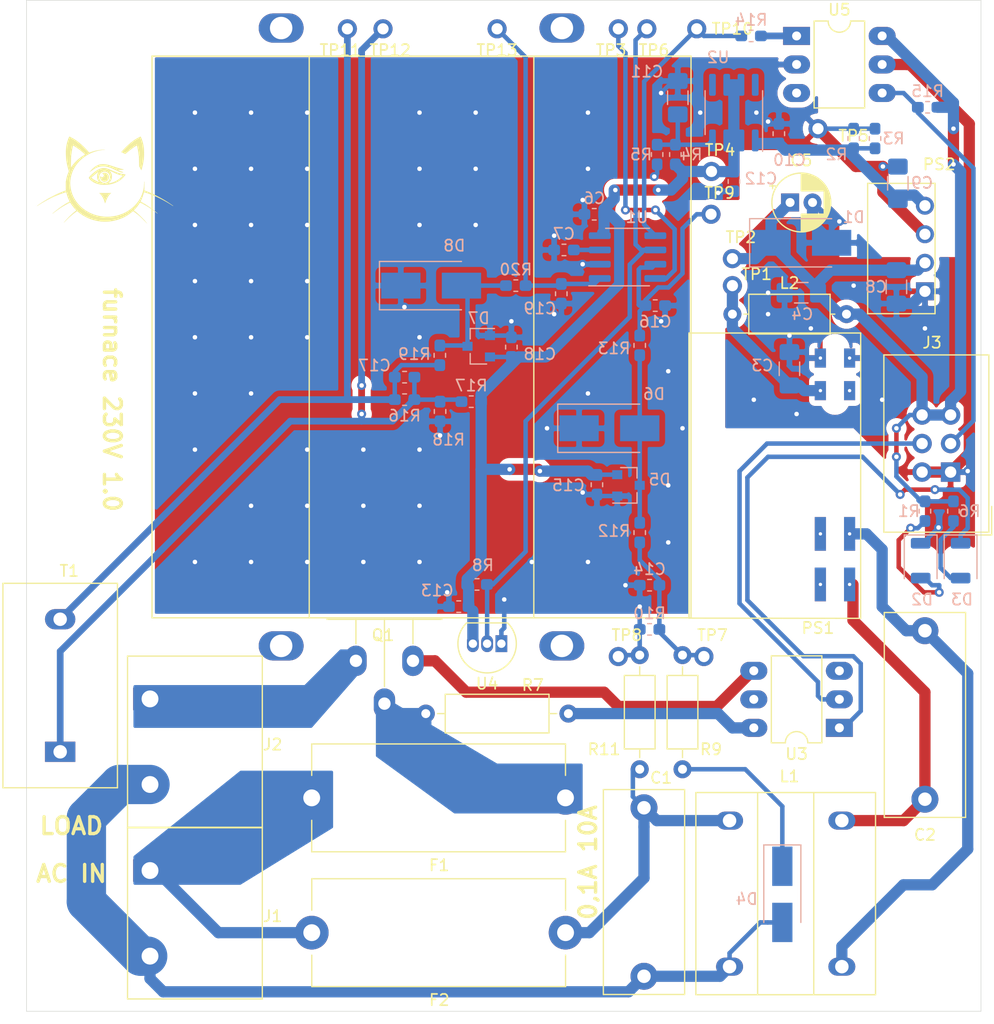
<source format=kicad_pcb>
(kicad_pcb (version 20240108) (generator "pcbnew") (generator_version "8.0")
  (layers (0 "F.Cu" signal) (31 "B.Cu" signal) (34 "B.Paste" user) (35 "F.Paste" user) (36 "B.SilkS" user "B.Silkscreen") (37 "F.SilkS" user "F.Silkscreen") (38 "B.Mask" user) (39 "F.Mask" user) (44 "Edge.Cuts" user))
  (net 0 "")
  (net 1 "Net-(C2-Pad2)")
  (net 2 "Net-(C2-Pad1)")
  (net 3 "/+3V3_ISOLATED/GND")
  (net 4 "Net-(C3-Pad1)")
  (net 5 "/+3V3_ISOLATED/+5V")
  (net 6 "/CURRENT_SENSOR/GND")
  (net 7 "/CURRENT_SENSOR/+3V3")
  (net 8 "Net-(C7-Pad1)")
  (net 9 "Net-(C10-Pad1)")
  (net 10 "Net-(C11-Pad1)")
  (net 11 "/MCU/VOLT")
  (net 12 "/CURRENT_SENSOR/CURR")
  (net 13 "Net-(D2-Pad2)")
  (net 14 "Net-(D3-Pad2)")
  (net 15 "Net-(D3-Pad1)")
  (net 16 "/ISOLATED_TRIAC/AC")
  (net 17 "Net-(D4-Pad1)")
  (net 18 "Net-(D5-Pad3)")
  (net 19 "Net-(D7-Pad3)")
  (net 20 "/ISOLATED_TRIAC/LOAD")
  (net 21 "/ISOLATED_TRIAC/~{EN}")
  (net 22 "/OPTOISOLATOR/OUT")
  (net 23 "Net-(Q1-Pad3)")
  (net 24 "Net-(R7-Pad2)")
  (net 25 "/TEMP_SENSOR/SDA")
  (net 26 "/OPTOISOLATOR/IN")
  (net 27 "/MCU/SWIM")
  (net 28 "Net-(U2-Pad8)")
  (net 29 "Net-(U2-Pad5)")
  (net 30 "Net-(U3-Pad3)")
  (net 31 "Net-(U3-Pad5)")
  (net 32 "Net-(U5-Pad3)")
  (net 33 "Net-(C14-Pad1)")
  (net 34 "Net-(C17-Pad2)")
  (net 35 "Net-(C17-Pad1)")
  (net 36 "Net-(R14-Pad1)")
  (net 37 "/VOLTAGE_DIVIDER/AC1")
  (net 38 "/AC-DC 5V/AC1")
  (net 39 "Net-(F1-Pad2)")
  (footprint "furnace_230V:L_CommonMode_PLA10" (layer "F.Cu") (at 62.611 73.025)
    (property "Reference" "L1")
    (property "Value" "PLA10AN3630R3D2")
  )
  (footprint "furnace_230V:ZMCT103C" (layer "F.Cu") (at 3 61 90)
    (property "Reference" "T1")
    (property "Value" "ZMCT103C")
  )
  (footprint "furnace_230V:TP" (layer "F.Cu") (at 62.865 25.4)
    (property "Reference" "TP1")
    (property "Value" "TestPoint")
  )
  (footprint "furnace_230V:TP" (layer "F.Cu") (at 52.705 2.54)
    (property "Reference" "TP3")
    (property "Value" "TestPoint")
  )
  (footprint "furnace_230V:TP" (layer "F.Cu") (at 61 15.24)
    (property "Reference" "TP4")
    (property "Value" "TestPoint")
  )
  (footprint "furnace_230V:TP" (layer "F.Cu") (at 70.485 11.43)
    (property "Reference" "TP5")
    (property "Value" "TestPoint")
  )
  (footprint "furnace_230V:TP" (layer "F.Cu") (at 55.245 2.54)
    (property "Reference" "TP6")
    (property "Value" "TestPoint")
  )
  (footprint "furnace_230V:TP" (layer "F.Cu") (at 60.325 58.42)
    (property "Reference" "TP7")
    (property "Value" "TestPoint")
  )
  (footprint "furnace_230V:TP" (layer "F.Cu") (at 60.96 19.05)
    (property "Reference" "TP9")
    (property "Value" "TestPoint")
  )
  (footprint "furnace_230V:TP" (layer "F.Cu") (at 59.69 2.54)
    (property "Reference" "TP10")
    (property "Value" "TestPoint")
  )
  (footprint "furnace_230V:TP" (layer "F.Cu") (at 28.575 2.54)
    (property "Reference" "TP11")
    (property "Value" "TestPoint")
  )
  (footprint "furnace_230V:TP" (layer "F.Cu") (at 31.75 2.54)
    (property "Reference" "TP12")
    (property "Value" "TestPoint")
  )
  (footprint "furnace_230V:TP" (layer "F.Cu") (at 41.91 2.54)
    (property "Reference" "TP13")
    (property "Value" "TestPoint")
  )
  (footprint "Package_TO_SOT_THT:TO-92_Inline" (layer "F.Cu") (at 42.291 57.277 180)
    (property "Reference" "U4")
    (property "Value" "DS18B20")
  )
  (footprint "furnace_230V:KF7.62-2P" (layer "F.Cu") (at 11 81.28 -90)
    (property "Reference" "J1")
    (property "Value" " ")
  )
  (footprint "Fuse:Fuseholder_Cylinder-5x20mm_Stelvio-Kontek_PTF78_Horizontal_Open" (layer "F.Cu") (at 48 71 180)
    (property "Reference" "F1")
    (property "Value" "10A")
  )
  (footprint "Fuse:Fuseholder_Cylinder-5x20mm_Stelvio-Kontek_PTF78_Horizontal_Open" (layer "F.Cu") (at 48.006 83 180)
    (property "Reference" "F2")
    (property "Value" "0,1A")
  )
  (footprint "furnace_230V:KF7.62-2P" (layer "F.Cu") (at 11 66 -90)
    (property "Reference" "J2")
    (property "Value" " ")
  )
  (footprint "Package_DIP:DIP-6_W7.62mm_LongPads" (layer "F.Cu") (at 68.58 3.175)
    (property "Reference" "U5")
    (property "Value" "H11L1")
  )
  (footprint "furnace_230V:stamp" (layer "F.Cu") (at 7 16)
    (property "Reference" "G1" (hide yes))
    (property "Value" "LOGO" (hide yes))
  )
  (footprint "furnace_230V:B_S-1WR3" (layer "F.Cu") (at 80.01 22.098 90)
    (property "Reference" "PS2")
    (property "Value" "B0505S-1WR2")
  )
  (footprint "furnace_230V:hole_D3.5mm" (layer "F.Cu") (at 3 3.5)
    (property "Reference" "H1" (hide yes))
    (property "Value" "MountingHole" (hide yes))
  )
  (footprint "furnace_230V:hole_D3.5mm" (layer "F.Cu") (at 3 86.5)
    (property "Reference" "H2" (hide yes))
    (property "Value" "MountingHole" (hide yes))
  )
  (footprint "furnace_230V:hole_D3.5mm" (layer "F.Cu") (at 82 3.5)
    (property "Reference" "H3" (hide yes))
    (property "Value" "MountingHole" (hide yes))
  )
  (footprint "furnace_230V:hole_D3.5mm" (layer "F.Cu") (at 82 86.5)
    (property "Reference" "H4" (hide yes))
    (property "Value" "MountingHole" (hide yes))
  )
  (footprint "Capacitor_THT:C_Rect_L18.0mm_W7.0mm_P15.00mm_FKS3_FKP3" (layer "F.Cu") (at 80.01 71.12 90)
    (property "Reference" "C2")
    (property "Value" "0,15 275V")
  )
  (footprint "Resistor_THT:R_Axial_DIN0309_L9.0mm_D3.2mm_P12.70mm_Horizontal" (layer "F.Cu") (at 35.56 63.5)
    (property "Reference" "R7")
    (property "Value" "470 0,5W")
  )
  (footprint "Capacitor_THT:CP_Radial_D5.0mm_P2.00mm" (layer "F.Cu") (at 68 18)
    (property "Reference" "C5")
    (property "Value" "47u")
  )
  (footprint "furnace_230V:TP" (layer "F.Cu") (at 62.865 23)
    (property "Reference" "TP2")
    (property "Value" "TestPoint")
  )
  (footprint "Resistor_THT:R_Axial_DIN0207_L6.3mm_D2.5mm_P10.16mm_Horizontal" (layer "F.Cu") (at 54.61 58.293 -90)
    (property "Reference" "R11")
    (property "Value" "180k 0,25W 1%")
  )
  (footprint "Capacitor_THT:C_Rect_L18.0mm_W7.0mm_P15.00mm_FKS3_FKP3" (layer "F.Cu") (at 54.991 71.882 -90)
    (property "Reference" "C1")
    (property "Value" "0,15 275V")
  )
  (footprint "Resistor_THT:R_Axial_DIN0207_L6.3mm_D2.5mm_P10.16mm_Horizontal" (layer "F.Cu") (at 58.42 68.453 90)
    (property "Reference" "R9")
    (property "Value" "180k 0,25W 1%")
  )
  (footprint "furnace_230V:WX-DC12003" (layer "F.Cu") (at 72 30 -90)
    (property "Reference" "PS1")
    (property "Value" "WX-DC12003 5V 0,7A")
  )
  (footprint "Inductor_THT:L_Axial_L7.0mm_D3.3mm_P10.16mm_Horizontal_Fastron_MICC" (layer "F.Cu") (at 62.865 27.94)
    (property "Reference" "L2")
    (property "Value" "2.2u")
  )
  (footprint "furnace_230V:HS_304-50" (layer "F.Cu") (at 35.179 29.972 180)
    (property "Reference" "HS1" (hide yes))
    (property "Value" "HS 304-50" (hide yes))
  )
  (footprint "furnace_230V:TRIAC" (layer "F.Cu") (at 29.337 58.801)
    (property "Reference" "Q1")
    (property "Value" "BTA16-600B")
  )
  (footprint "furnace_230V:TP" (layer "F.Cu") (at 52.705 58.42)
    (property "Reference" "TP8")
    (property "Value" "TestPoint")
  )
  (footprint "Package_DIP:DIP-6_W7.62mm_LongPads" (layer "F.Cu") (at 72.39 64.77 180)
    (property "Reference" "U3")
    (property "Value" "MOC3052M")
  )
  (footprint "Connector_IDC:IDC-Header_2x03_P2.54mm_Vertical" (layer "F.Cu") (at 82.296 42 180)
    (property "Reference" "J3")
    (property "Value" "IDC-6")
  )
  (footprint "Capacitor_SMD:C_1206_3216Metric_Pad1.42x1.75mm_HandSolder" (layer "B.Cu") (at 68.9975 26.035 180)
    (property "Reference" "C4")
    (property "Value" "10u")
  )
  (footprint "Capacitor_SMD:C_0603_1608Metric_Pad1.05x0.95mm_HandSolder" (layer "B.Cu") (at 50.56 19.05 180)
    (property "Reference" "C6")
    (property "Value" "0,1")
  )
  (footprint "Capacitor_SMD:C_0603_1608Metric_Pad1.05x0.95mm_HandSolder" (layer "B.Cu") (at 47.865 22.225 180)
    (property "Reference" "C7")
    (property "Value" "1u")
  )
  (footprint "Capacitor_SMD:C_1206_3216Metric_Pad1.42x1.75mm_HandSolder" (layer "B.Cu") (at 77.47 25.5125 -90)
    (property "Reference" "C8")
    (property "Value" "4,7")
  )
  (footprint "Capacitor_SMD:C_0603_1608Metric_Pad1.05x0.95mm_HandSolder" (layer "B.Cu") (at 63 16.125 -90)
    (property "Reference" "C12")
    (property "Value" "1u")
  )
  (footprint "Capacitor_SMD:C_0603_1608Metric_Pad1.05x0.95mm_HandSolder" (layer "B.Cu") (at 38.495 53.975 180)
    (property "Reference" "C13")
    (property "Value" "0,1")
  )
  (footprint "Capacitor_SMD:C_0603_1608Metric_Pad1.05x0.95mm_HandSolder" (layer "B.Cu") (at 55.485 52.07 180)
    (property "Reference" "C14")
    (property "Value" "100")
  )
  (footprint "Capacitor_SMD:C_0603_1608Metric_Pad1.05x0.95mm_HandSolder" (layer "B.Cu") (at 50.8 43.125 -90)
    (property "Reference" "C15")
    (property "Value" "10u")
  )
  (footprint "Capacitor_SMD:C_0603_1608Metric_Pad1.05x0.95mm_HandSolder" (layer "B.Cu") (at 55.993 27.178)
    (property "Reference" "C16")
    (property "Value" "100")
  )
  (footprint "Capacitor_SMD:C_0603_1608Metric_Pad1.05x0.95mm_HandSolder" (layer "B.Cu") (at 43.18 30.875 90)
    (property "Reference" "C18")
    (property "Value" "10u")
  )
  (footprint "Capacitor_SMD:C_0603_1608Metric_Pad1.05x0.95mm_HandSolder" (layer "B.Cu") (at 47.625 26.125 -90)
    (property "Reference" "C19")
    (property "Value" "100")
  )
  (footprint "Diode_SMD:D_SMB_Handsoldering" (layer "B.Cu") (at 69 21.59)
    (property "Reference" "D1")
    (property "Value" "D_TVS")
  )
  (footprint "Diode_SMD:D_SMA_Handsoldering" (layer "B.Cu") (at 67.31 79.589 -90)
    (property "Reference" "D4")
    (property "Value" "ES1J")
  )
  (footprint "Package_TO_SOT_SMD:SOT-23" (layer "B.Cu") (at 53.61 43.18)
    (property "Reference" "D5")
    (property "Value" "BAT54S")
  )
  (footprint "Diode_SMD:D_SMB_Handsoldering" (layer "B.Cu") (at 51.91 38.1)
    (property "Reference" "D6")
    (property "Value" "D_TVS")
  )
  (footprint "Package_TO_SOT_SMD:SOT-23" (layer "B.Cu") (at 40.275 30.8 180)
    (property "Reference" "D7")
    (property "Value" "BAT54S")
  )
  (footprint "Diode_SMD:D_SMB_Handsoldering" (layer "B.Cu") (at 36.035 25.4)
    (property "Reference" "D8")
    (property "Value" "D_TVS")
  )
  (footprint "Resistor_SMD:R_0603_1608Metric_Pad1.05x0.95mm_HandSolder" (layer "B.Cu") (at 75.565 12.305 90)
    (property "Reference" "R3")
    (property "Value" "680")
  )
  (footprint "Resistor_SMD:R_0603_1608Metric_Pad1.05x0.95mm_HandSolder" (layer "B.Cu") (at 57.785 13.73 90)
    (property "Reference" "R4")
    (property "Value" "240 1%")
  )
  (footprint "Resistor_SMD:R_0603_1608Metric_Pad1.05x0.95mm_HandSolder" (layer "B.Cu") (at 56.1594 13.73 -90)
    (property "Reference" "R5")
    (property "Value" "390 1%")
  )
  (footprint "Resistor_SMD:R_0603_1608Metric_Pad1.05x0.95mm_HandSolder" (layer "B.Cu") (at 40.125 52)
    (property "Reference" "R8")
    (property "Value" "4,7k")
  )
  (footprint "Resistor_SMD:R_0603_1608Metric_Pad1.05x0.95mm_HandSolder" (layer "B.Cu") (at 55.485 56 180)
    (property "Reference" "R10")
    (property "Value" "3,3k 1%")
  )
  (footprint "Resistor_SMD:R_0603_1608Metric_Pad1.05x0.95mm_HandSolder" (layer "B.Cu") (at 54.61 47.385 -90)
    (property "Reference" "R12")
    (property "Value" "100")
  )
  (footprint "Resistor_SMD:R_0603_1608Metric_Pad1.05x0.95mm_HandSolder" (layer "B.Cu") (at 54.61 30.72 -90)
    (property "Reference" "R13")
    (property "Value" "1k")
  )
  (footprint "Resistor_SMD:R_0603_1608Metric_Pad1.05x0.95mm_HandSolder" (layer "B.Cu") (at 64.53 3.175 180)
    (property "Reference" "R14")
    (property "Value" "680")
  )
  (footprint "Resistor_SMD:R_0603_1608Metric_Pad1.05x0.95mm_HandSolder" (layer "B.Cu") (at 80.25 9.525 180)
    (property "Reference" "R15")
    (property "Value" "3,3k")
  )
  (footprint "Resistor_SMD:R_0603_1608Metric_Pad1.05x0.95mm_HandSolder" (layer "B.Cu") (at 33.67 35.55)
    (property "Reference" "R16")
    (property "Value" "160 1%")
  )
  (footprint "Resistor_SMD:R_0603_1608Metric_Pad1.05x0.95mm_HandSolder" (layer "B.Cu") (at 39.61 35.73 180)
    (property "Reference" "R17")
    (property "Value" "10k 1%")
  )
  (footprint "Resistor_SMD:R_0603_1608Metric_Pad1.05x0.95mm_HandSolder" (layer "B.Cu") (at 36.83 36.605 -90)
    (property "Reference" "R18")
    (property "Value" "10k 1%")
  )
  (footprint "Resistor_SMD:R_0603_1608Metric_Pad1.05x0.95mm_HandSolder" (layer "B.Cu") (at 36.81 31.605 -90)
    (property "Reference" "R19")
    (property "Value" "100")
  )
  (footprint "Resistor_SMD:R_0603_1608Metric_Pad1.05x0.95mm_HandSolder" (layer "B.Cu") (at 43.575 25.4 180)
    (property "Reference" "R20")
    (property "Value" "1k")
  )
  (footprint "Package_SO:SOIC-8_3.9x4.9mm_P1.27mm" (layer "B.Cu") (at 53.525 22.86)
    (property "Reference" "U1")
    (property "Value" "STM8S001J3M")
  )
  (footprint "LED_SMD:LED_1206_3216Metric_ReverseMount_Hole1.8x2.4mm" (layer "B.Cu") (at 83.185 49.885 -90)
    (property "Reference" "D3")
    (property "Value" "LED")
  )
  (footprint "Capacitor_SMD:C_0603_1608Metric_Pad1.05x0.95mm_HandSolder" (layer "B.Cu") (at 33.67 33.55)
    (property "Reference" "C17")
    (property "Value" "100")
  )
  (footprint "Resistor_SMD:R_0603_1608Metric_Pad1.05x0.95mm_HandSolder" (layer "B.Cu") (at 80.01 45.48 -90)
    (property "Reference" "R1")
    (property "Value" "680")
  )
  (footprint "Capacitor_SMD:C_1206_3216Metric_Pad1.42x1.75mm_HandSolder" (layer "B.Cu") (at 67.945 32.8025 90)
    (property "Reference" "C3")
    (property "Value" "10u")
  )
  (footprint "Capacitor_SMD:C_1206_3216Metric_Pad1.42x1.75mm_HandSolder" (layer "B.Cu") (at 77.597 16.2925 90)
    (property "Reference" "C9")
    (property "Value" "10u")
  )
  (footprint "Package_SO:SOIC-8_3.9x4.9mm_P1.27mm" (layer "B.Cu") (at 62.992 10 90)
    (property "Reference" "U2")
    (property "Value" "LM317L_SO8")
  )
  (footprint "Capacitor_SMD:C_0603_1608Metric_Pad1.05x0.95mm_HandSolder" (layer "B.Cu") (at 67 11.875 90)
    (property "Reference" "C10")
    (property "Value" "0,1")
  )
  (footprint "Capacitor_SMD:C_1206_3216Metric_Pad1.42x1.75mm_HandSolder" (layer "B.Cu") (at 58 8.6725 90)
    (property "Reference" "C11")
    (property "Value" "10u")
  )
  (footprint "Resistor_SMD:R_0603_1608Metric_Pad1.05x0.95mm_HandSolder" (layer "B.Cu") (at 82.55 45.48 90)
    (property "Reference" "R6")
    (property "Value" "150")
  )
  (footprint "Resistor_SMD:R_0603_1608Metric_Pad1.05x0.95mm_HandSolder" (layer "B.Cu") (at 73.66 12.305 90)
    (property "Reference" "R2")
    (property "Value" "680")
  )
  (footprint "LED_SMD:LED_1206_3216Metric_ReverseMount_Hole1.8x2.4mm" (layer "B.Cu") (at 79.629 49.885 -90)
    (property "Reference" "D2")
    (property "Value" "LED")
  )
  (gr_line (start 0 90) (end 0 0) (stroke (width 0.05)) (layer "Edge.Cuts"))
  (gr_line (start 85 0) (end 85 90) (stroke (width 0.05)) (layer "Edge.Cuts"))
  (gr_line (start 0 0) (end 85 0) (stroke (width 0.05)) (layer "Edge.Cuts"))
  (gr_line (start 85 90) (end 0 90) (stroke (width 0.05)) (layer "Edge.Cuts"))
  (gr_text "LOAD" (at 4 73.5 0) (layer "F.SilkS") (effects (font (size 1.5 1.5) (thickness 0.3))))
  (gr_text "AC IN" (at 4 77.75 0) (layer "F.SilkS") (effects (font (size 1.5 1.5) (thickness 0.3))))
  (gr_text "0,1A 10A" (at 50 76.75 90) (layer "F.SilkS") (effects (font (size 1.5 1.5) (thickness 0.3))))
  (gr_text "furnace 230V 1.0" (at 7.62 35.56 -90) (layer "F.SilkS") (effects (font (size 1.5 1.5) (thickness 0.3))))
  (segment (start 74.805 47.5) (end 73.60001 47.5) (width 1) (layer "B.Cu") (net 1))
  (segment (start 76.2 53.975) (end 76.2 48.895) (width 1) (layer "B.Cu") (net 1))
  (segment (start 83.82 59.93) (end 80.01 56.12) (width 1) (layer "B.Cu") (net 1))
  (segment (start 72.611 86.025) (end 72.611 84.225) (width 1) (layer "B.Cu") (net 1))
  (segment (start 76.2 48.895) (end 74.805 47.5) (width 1) (layer "B.Cu") (net 1))
  (segment (start 80.645 78.74) (end 83.82 75.565) (width 1) (layer "B.Cu") (net 1))
  (segment (start 78.096 78.74) (end 80.645 78.74) (width 1) (layer "B.Cu") (net 1))
  (segment (start 72.611 84.225) (end 78.096 78.74) (width 1) (layer "B.Cu") (net 1))
  (segment (start 78.345 56.12) (end 76.2 53.975) (width 1) (layer "B.Cu") (net 1))
  (segment (start 83.82 75.565) (end 83.82 59.93) (width 1) (layer "B.Cu") (net 1))
  (segment (start 80.01 56.12) (end 78.345 56.12) (width 1) (layer "B.Cu") (net 1))
  (segment (start 80.01 71.12) (end 80.01 61.595) (width 1) (layer "F.Cu") (net 2))
  (segment (start 72.611 73.025) (end 78.105 73.025) (width 1) (layer "F.Cu") (net 2))
  (segment (start 73.60001 55.18501) (end 73.60001 52) (width 1) (layer "F.Cu") (net 2))
  (segment (start 80.01 61.595) (end 73.60001 55.18501) (width 1) (layer "F.Cu") (net 2))
  (segment (start 78.105 73.025) (end 80.01 71.12) (width 1) (layer "F.Cu") (net 2))
  (segment (start 81.799001 46.358205) (end 81.223603 46.933603) (width 0.4) (layer "F.Cu") (net 3))
  (segment (start 83.959601 40.336399) (end 83.959601 11.00111) (width 1) (layer "F.Cu") (net 3))
  (segment (start 70.7 30.06) (end 69.85 29.21) (width 0.4) (layer "F.Cu") (net 3))
  (segment (start 78.4 5.715) (end 76.2 5.715) (width 1) (layer "F.Cu") (net 3))
  (segment (start 82.296 42) (end 83.959601 40.336399) (width 1) (layer "F.Cu") (net 3))
  (segment (start 82.296 43.2636) (end 81.799001 43.760599) (width 0.4) (layer "F.Cu") (net 3))
  (segment (start 78.673491 5.715) (end 78.4 5.715) (width 1) (layer "F.Cu") (net 3))
  (segment (start 81.799001 43.760599) (end 81.799001 46.358205) (width 0.4) (layer "F.Cu") (net 3))
  (segment (start 70.7 31.85) (end 70.7 30.06) (width 0.4) (layer "F.Cu") (net 3))
  (segment (start 82.296 42) (end 79.756 42) (width 1) (layer "F.Cu") (net 3))
  (segment (start 83.959601 11.00111) (end 78.673491 5.715) (width 1) (layer "F.Cu") (net 3))
  (segment (start 82.296 42) (end 82.296 43.2636) (width 0.4) (layer "F.Cu") (net 3))
  (via (at 68.58 36.83) (size 0.8) (drill 0.4) (layers "F.Cu" "B.Cu") (net 3))
  (via (at 67.945 29.845) (size 0.8) (drill 0.4) (layers "F.Cu" "B.Cu") (net 3))
  (via (at 66.04 26.035) (size 0.8) (drill 0.4) (layers "F.Cu" "B.Cu") (net 3))
  (via (at 73.66 25.4) (size 0.8) (drill 0.4) (layers "F.Cu" "B.Cu") (net 3))
  (via (at 76.2 35.56) (size 0.8) (drill 0.4) (layers "F.Cu" "B.Cu") (net 3))
  (via (at 66.04 27.94) (size 0.8) (drill 0.4) (layers "F.Cu" "B.Cu") (net 3))
  (via (at 72.39 19.685) (size 0.8) (drill 0.4) (layers "F.Cu" "B.Cu") (net 3))
  (via (at 81.223603 46.933603) (size 0.8) (drill 0.4) (layers "F.Cu" "B.Cu") (net 3))
  (via (at 80.01 29.21) (size 0.8) (drill 0.4) (layers "F.Cu" "B.Cu") (net 3))
  (via (at 69.85 29.21) (size 0.8) (drill 0.4) (layers "F.Cu" "B.Cu") (net 3))
  (via (at 83.82 41.91) (size 0.8) (drill 0.4) (layers "F.Cu" "B.Cu") (net 3))
  (via (at 64.77 35.56) (size 0.8) (drill 0.4) (layers "F.Cu" "B.Cu") (net 3))
  (segment (start 71.7 20.375) (end 72.39 19.685) (width 0.4) (layer "B.Cu") (net 3))
  (segment (start 67.945 31.315) (end 67.945 29.845) (width 0.4) (layer "B.Cu") (net 3))
  (segment (start 67.51 26.035) (end 66.04 26.035) (width 0.4) (layer "B.Cu") (net 3))
  (segment (start 80.01 48.147206) (end 81.223603 46.933603) (width 0.4) (layer "B.Cu") (net 3))
  (segment (start 70 18) (end 70 19.89) (width 1) (layer "B.Cu") (net 3))
  (segment (start 77.47 27) (end 78.918 27) (width 1) (layer "B.Cu") (net 3))
  (segment (start 78.918 27) (end 80.01 25.908) (width 1) (layer "B.Cu") (net 3))
  (segment (start 70 19.89) (end 71.7 21.59) (width 1) (layer "B.Cu") (net 3))
  (segment (start 80.01 48.335) (end 80.01 48.147206) (width 0.4) (layer "B.Cu") (net 3))
  (segment (start 71.7 21.59) (end 71.7 20.375) (width 0.4) (layer "B.Cu") (net 3))
  (segment (start 68.82 34.29) (end 69.28 34.75) (width 1) (layer "B.Cu") (net 4))
  (segment (start 67.945 34.29) (end 62.865 29.21) (width 1) (layer "B.Cu") (net 4))
  (segment (start 62.865 29.21) (end 62.865 27.94) (width 1) (layer "B.Cu") (net 4))
  (segment (start 62.865 27.94) (end 62.865 25.4) (width 1) (layer "B.Cu") (net 4))
  (segment (start 67.945 34.29) (end 68.82 34.29) (width 1) (layer "B.Cu") (net 4))
  (segment (start 69.28 34.75) (end 70.49999 34.75) (width 1) (layer "B.Cu") (net 4))
  (segment (start 82.55 14.605) (end 82.55 11.43) (width 1) (layer "F.Cu") (net 5))
  (segment (start 77.47 38.1) (end 77.47 40.64) (width 0.4) (layer "F.Cu") (net 5))
  (via (at 82.55 11.43) (size 0.8) (drill 0.4) (layers "F.Cu" "B.Cu") (net 5))
  (via (at 77.47 38.1) (size 0.8) (drill 0.4) (layers "F.Cu" "B.Cu") (net 5))
  (via (at 82.55 14.605) (size 0.8) (drill 0.4) (layers "F.Cu" "B.Cu") (net 5))
  (via (at 77.47 40.64) (size 0.8) (drill 0.4) (layers "F.Cu" "B.Cu") (net 5))
  (segment (start 79.756 36.92) (end 78.65 36.92) (width 0.4) (layer "B.Cu") (net 5))
  (segment (start 79.535 44.605) (end 80.01 44.605) (width 0.4) (layer "B.Cu") (net 5))
  (segment (start 77.47 42.385) (end 79.440008 44.355008) (width 0.4) (layer "B.Cu") (net 5))
  (segment (start 77.47 24.025) (end 79.353 24.025) (width 1) (layer "B.Cu") (net 5))
  (segment (start 78.65 36.92) (end 77.47 38.1) (width 0.4) (layer "B.Cu") (net 5))
  (segment (start 73.025 27.94) (end 74.15637 27.94) (width 1) (layer "B.Cu") (net 5))
  (segment (start 70.485 26.035) (end 70.485 25.775) (width 1) (layer "B.Cu") (net 5))
  (segment (start 80.01 44.605) (end 82.55 44.605) (width 0.4) (layer "B.Cu") (net 5))
  (segment (start 73.025 27.94) (end 72.39 27.94) (width 1) (layer "B.Cu") (net 5))
  (segment (start 82.15 9.525) (end 82.55 9.125) (width 1) (layer "B.Cu") (net 5))
  (segment (start 82.296 35.698686) (end 83.185 34.809686) (width 1) (layer "B.Cu") (net 5))
  (segment (start 71.62 24.025) (end 77.47 24.025) (width 1) (layer "B.Cu") (net 5))
  (segment (start 82.55 9.125) (end 76.6 3.175) (width 1) (layer "B.Cu") (net 5))
  (segment (start 76.6 3.175) (end 76.2 3.175) (width 1) (layer "B.Cu") (net 5))
  (segment (start 70.485 26.035) (end 70.485 25.16) (width 1) (layer "B.Cu") (net 5))
  (segment (start 79.756 33.53963) (end 79.756 35.698686) (width 1) (layer "B.Cu") (net 5))
  (segment (start 77.47 40.64) (end 77.47 42.385) (width 0.4) (layer "B.Cu") (net 5))
  (segment (start 66.3 21.59) (end 66.3 19.7) (width 1) (layer "B.Cu") (net 5))
  (segment (start 79.440008 44.510008) (end 79.535 44.605) (width 0.4) (layer "B.Cu") (net 5))
  (segment (start 83.185 15.24) (end 82.55 14.605) (width 1) (layer "B.Cu") (net 5))
  (segment (start 79.440008 44.355008) (end 79.440008 44.510008) (width 0.4) (layer "B.Cu") (net 5))
  (segment (start 82.296 36.92) (end 82.296 35.698686) (width 1) (layer "B.Cu") (net 5))
  (segment (start 66.3 19.7) (end 68 18) (width 1) (layer "B.Cu") (net 5))
  (segment (start 70.485 25.16) (end 71.62 24.025) (width 1) (layer "B.Cu") (net 5))
  (segment (start 83.185 34.809686) (end 83.185 15.24) (width 1) (layer "B.Cu") (net 5))
  (segment (start 74.15637 27.94) (end 79.756 33.53963) (width 1) (layer "B.Cu") (net 5))
  (segment (start 64.89 23) (end 66.3 21.59) (width 1) (layer "B.Cu") (net 5))
  (segment (start 79.756 35.698686) (end 79.756 36.92) (width 1) (layer "B.Cu") (net 5))
  (segment (start 79.353 24.025) (end 80.01 23.368) (width 1) (layer "B.Cu") (net 5))
  (segment (start 82.296 36.92) (end 79.756 36.92) (width 1) (layer "B.Cu") (net 5))
  (segment (start 62.865 23) (end 64.89 23) (width 1) (layer "B.Cu") (net 5))
  (segment (start 72.39 27.94) (end 70.485 26.035) (width 1) (layer "B.Cu") (net 5))
  (segment (start 70.485 25.775) (end 66.3 21.59) (width 1) (layer "B.Cu") (net 5))
  (segment (start 81.125 9.525) (end 82.15 9.525) (width 1) (layer "B.Cu") (net 5))
  (segment (start 82.55 11.43) (end 82.55 9.125) (width 1) (layer "B.Cu") (net 5))
  (segment (start 73.848471 14.793471) (end 70.485 11.43) (width 1) (layer "F.Cu") (net 6))
  (segment (start 80.01 20.828) (end 80.01 20.955) (width 1) (layer "F.Cu") (net 6))
  (segment (start 76.265529 17.083529) (end 76.265529 14.793471) (width 1) (layer "F.Cu") (net 6))
  (segment (start 76.265529 14.793471) (end 73.848471 14.793471) (width 1) (layer "F.Cu") (net 6))
  (segment (start 80.01 20.828) (end 76.265529 17.083529) (width 1) (layer "F.Cu") (net 6))
  (via (at 35 30) (size 0.8) (drill 0.4) (layers "F.Cu" "B.Cu") (net 6))
  (via (at 25 40) (size 0.8) (drill 0.4) (layers "F.Cu" "B.Cu") (net 6))
  (via (at 30 40) (size 0.8) (drill 0.4) (layers "F.Cu" "B.Cu") (net 6))
  (via (at 25 10) (size 0.8) (drill 0.4) (layers "F.Cu" "B.Cu") (net 6))
  (via (at 50 10) (size 0.8) (drill 0.4) (layers "F.Cu" "B.Cu") (net 6))
  (via (at 20 15) (size 0.8) (drill 0.4) (layers "F.Cu" "B.Cu") (net 6))
  (via (at 35 10) (size 0.8) (drill 0.4) (layers "F.Cu" "B.Cu") (net 6))
  (via (at 25 50) (size 0.8) (drill 0.4) (layers "F.Cu" "B.Cu") (net 6))
  (via (at 20 45) (size 0.8) (drill 0.4) (layers "F.Cu" "B.Cu") (net 6))
  (via (at 49.53 43.815) (size 0.8) (drill 0.4) (layers "F.Cu" "B.Cu") (net 6))
  (via (at 57.15 48.26) (size 0.8) (drill 0.4) (layers "F.Cu" "B.Cu") (net 6))
  (via (at 15 25) (size 0.8) (drill 0.4) (layers "F.Cu" "B.Cu") (net 6))
  (via (at 54.61 53.975) (size 0.8) (drill 0.4) (layers "F.Cu" "B.Cu") (net 6))
  (via (at 40 10) (size 0.8) (drill 0.4) (layers "F.Cu" "B.Cu") (net 6))
  (via (at 57.15 33.02) (size 0.8) (drill 0.4) (layers "F.Cu" "B.Cu") (net 6))
  (via (at 25 30) (size 0.8) (drill 0.4) (layers "F.Cu" "B.Cu") (net 6))
  (via (at 15 20) (size 0.8) (drill 0.4) (layers "F.Cu" "B.Cu") (net 6))
  (via (at 25 20) (size 0.8) (drill 0.4) (layers "F.Cu" "B.Cu") (net 6))
  (via (at 50 50) (size 0.8) (drill 0.4) (layers "F.Cu" "B.Cu") (net 6))
  (via (at 25 15) (size 0.8) (drill 0.4) (layers "F.Cu" "B.Cu") (net 6))
  (via (at 20 20) (size 0.8) (drill 0.4) (layers "F.Cu" "B.Cu") (net 6))
  (via (at 61.595 17.145) (size 0.8) (drill 0.4) (layers "F.Cu" "B.Cu") (net 6))
  (via (at 20 10) (size 0.8) (drill 0.4) (layers "F.Cu" "B.Cu") (net 6))
  (via (at 20 35) (size 0.8) (drill 0.4) (layers "F.Cu" "B.Cu") (net 6))
  (via (at 53.34 52.07) (size 0.8) (drill 0.4) (layers "F.Cu" "B.Cu") (net 6))
  (via (at 45 50) (size 0.8) (drill 0.4) (layers "F.Cu" "B.Cu") (net 6))
  (via (at 66.04 10.795) (size 0.8) (drill 0.4) (layers "F.Cu" "B.Cu") (net 6))
  (via (at 15 30) (size 0.8) (drill 0.4) (layers "F.Cu" "B.Cu") (net 6))
  (via (at 25 45) (size 0.8) (drill 0.4) (layers "F.Cu" "B.Cu") (net 6))
  (via (at 49.53 23.495) (size 0.8) (drill 0.4) (layers "F.Cu" "B.Cu") (net 6))
  (via (at 42.545 53.34) (size 0.8) (drill 0.4) (layers "F.Cu" "B.Cu") (net 6))
  (via (at 35 40) (size 0.8) (drill 0.4) (layers "F.Cu" "B.Cu") (net 6))
  (via (at 46.99 20.955) (size 0.8) (drill 0.4) (layers "F.Cu" "B.Cu") (net 6))
  (via (at 15 35) (size 0.8) (drill 0.4) (layers "F.Cu" "B.Cu") (net 6))
  (via (at 40 15) (size 0.8) (drill 0.4) (layers "F.Cu" "B.Cu") (net 6))
  (via (at 50 15) (size 0.8) (drill 0.4) (layers "F.Cu" "B.Cu") (net 6))
  (via (at 33.655 27.305) (size 0.8) (drill 0.4) (layers "F.Cu" "B.Cu") (net 6))
  (via (at 35 50) (size 0.8) (drill 0.4) (layers "F.Cu" "B.Cu") (net 6))
  (via (at 20 30) (size 0.8) (drill 0.4) (layers "F.Cu" "B.Cu") (net 6))
  (via (at 56.515 28.575) (size 0.8) (drill 0.4) (layers "F.Cu" "B.Cu") (net 6))
  (via (at 55.90499 15.691) (size 0.8) (drill 0.4) (layers "F.Cu" "B.Cu") (net 6))
  (via (at 56.515 8.255) (size 0.8) (drill 0.4) (layers "F.Cu" "B.Cu") (net 6))
  (via (at 37.465 52.705) (size 0.8) (drill 0.4) (layers "F.Cu" "B.Cu") (net 6))
  (via (at 30 45) (size 0.8) (drill 0.4) (layers "F.Cu" "B.Cu") (net 6))
  (via (at 65 10) (size 0.8) (drill 0.4) (layers "F.Cu" "B.Cu") (net 6))
  (via (at 46.355006 38.1) (size 0.8) (drill 0.4) (layers "F.Cu" "B.Cu") (net 6))
  (via (at 60 10) (size 0.8) (drill 0.4) (layers "F.Cu" "B.Cu") (net 6))
  (via (at 35 45) (size 0.8) (drill 0.4) (layers "F.Cu" "B.Cu") (net 6))
  (via (at 49.53 17.78) (size 0.8) (drill 0.4) (layers "F.Cu" "B.Cu") (net 6))
  (via (at 20 25) (size 0.8) (drill 0.4) (layers "F.Cu" "B.Cu") (net 6))
  (via (at 35 15) (size 0.8) (drill 0.4) (layers "F.Cu" "B.Cu") (net 6))
  (via (at 76.265529 14.793471) (size 0.8) (drill 0.4) (layers "F.Cu" "B.Cu") (net 6))
  (via (at 36.83 38.735) (size 0.8) (drill 0.4) (layers "F.Cu" "B.Cu") (net 6))
  (via (at 46.99 27.94) (size 0.8) (drill 0.4) (layers "F.Cu" "B.Cu") (net 6))
  (via (at 15 10) (size 0.8) (drill 0.4) (layers "F.Cu" "B.Cu") (net 6))
  (via (at 43.18 28.575008) (size 0.8) (drill 0.4) (layers "F.Cu" "B.Cu") (net 6))
  (via (at 40 20) (size 0.8) (drill 0.4) (layers "F.Cu" "B.Cu") (net 6))
  (via (at 57.15 43.18) (size 0.8) (drill 0.4) (layers "F.Cu" "B.Cu") (net 6))
  (via (at 50 35) (size 0.8) (drill 0.4) (layers "F.Cu" "B.Cu") (net 6))
  (via (at 15 40) (size 0.8) (drill 0.4) (layers "F.Cu" "B.Cu") (net 6))
  (via (at 15 15) (size 0.8) (drill 0.4) (layers "F.Cu" "B.Cu") (net 6))
  (via (at 25 25) (size 0.8) (drill 0.4) (layers "F.Cu" "B.Cu") (net 6))
  (via (at 20 50) (size 0.8) (drill 0.4) (layers "F.Cu" "B.Cu") (net 6))
  (via (at 15 50) (size 0.8) (drill 0.4) (layers "F.Cu" "B.Cu") (net 6))
  (via (at 35 20) (size 0.8) (drill 0.4) (layers "F.Cu" "B.Cu") (net 6))
  (via (at 30 50) (size 0.8) (drill 0.4) (layers "F.Cu" "B.Cu") (net 6))
  (via (at 58.42 38.1) (size 0.8) (drill 0.4) (layers "F.Cu" "B.Cu") (net 6))
  (segment (start 37.62 52.86) (end 37.465 52.705) (width 0.4) (layer "B.Cu") (net 6))
  (segment (start 49.685 19.05) (end 49.685 17.935) (width 0.4) (layer "B.Cu") (net 6))
  (segment (start 46.99 22.225) (end 46.99 20.955) (width 0.4) (layer "B.Cu") (net 6))
  (segment (start 43.18 30) (end 43.18 28.575008) (width 0.4) (layer "B.Cu") (net 6))
  (segment (start 58 7.185) (end 57.585 7.185) (width 0.4) (layer "B.Cu") (net 6))
  (segment (start 76.277058 14.805) (end 76.265529 14.793471) (width 0.4) (layer "B.Cu") (net 6))
  (segment (start 56.868 27.178) (end 56.868 28.222) (width 0.4) (layer "B.Cu") (net 6))
  (segment (start 73.66 11.43) (end 70.485 11.43) (width 0.4) (layer "B.Cu") (net 6))
  (segment (start 49.685 17.935) (end 49.53 17.78) (width 0.4) (layer "B.Cu") (net 6))
  (segment (start 52.832 58.293) (end 52.705 58.42) (width 0.4) (layer "B.Cu") (net 6))
  (segment (start 37.62 53.975) (end 37.62 52.86) (width 0.4) (layer "B.Cu") (net 6))
  (segment (start 36.83 37.48) (end 36.83 38.735) (width 0.4) (layer "B.Cu") (net 6))
  (segment (start 33.335 25.4) (end 33.335 26.985) (width 0.4) (layer "B.Cu") (net 6))
  (segment (start 47.625 27) (end 47.15 27) (width 0.4) (layer "B.Cu") (net 6))
  (segment (start 56.1594 15.43659) (end 55.90499 15.691) (width 0.4) (layer "B.Cu") (net 6))
  (segment (start 57.585 7.185) (end 56.515 8.255) (width 0.4) (layer "B.Cu") (net 6))
  (segment (start 42.291 57.277) (end 42.291 56.127) (width 0.4) (layer "B.Cu") (net 6))
  (segment (start 46.99 27.16) (end 46.99 27.374315) (width 0.4) (layer "B.Cu") (net 6))
  (segment (start 67 11) (end 66.245 11) (width 0.4) (layer "B.Cu") (net 6))
  (segment (start 75.565 11.43) (end 73.66 11.43) (width 0.4) (layer "B.Cu") (net 6))
  (segment (start 42.291 56.127) (end 42.545 55.873) (width 0.4) (layer "B.Cu") (net 6))
  (segment (start 47.15 27) (end 46.99 27.16) (width 0.4) (layer "B.Cu") (net 6))
  (segment (start 49.21 38.1) (end 46.355006 38.1) (width 0.4) (layer "B.Cu") (net 6))
  (segment (start 52.61 44.13) (end 50.93 44.13) (width 0.4) (layer "B.Cu") (net 6))
  (segment (start 43.03 29.85) (end 43.18 30) (width 0.4) (layer "B.Cu") (net 6))
  (segment (start 56.1594 14.8844) (end 56.1594 15.43659) (width 0.4) (layer "B.Cu") (net 6))
  (segment (start 51.05 23.495) (end 49.53 23.495) (width 0.4) (layer "B.Cu") (net 6))
  (segment (start 55.88 14.605) (end 56.1594 14.8844) (width 0.4) (layer "B.Cu") (net 6))
  (segment (start 66.245 11) (end 66.04 10.795) (width 0.4) (layer "B.Cu") (net 6))
  (segment (start 50.8 44) (end 49.715 44) (width 0.4) (layer "B.Cu") (net 6))
  (segment (start 33.335 26.985) (end 33.655 27.305) (width 0.4) (layer "B.Cu") (net 6))
  (segment (start 61.74 17) (end 61.595 17.145) (width 0.4) (layer "B.Cu") (net 6))
  (segment (start 56.868 28.222) (end 56.515 28.575) (width 0.4) (layer "B.Cu") (net 6))
  (segment (start 54.61 56) (end 54.61 58.293) (width 0.4) (layer "B.Cu") (net 6))
  (segment (start 54.61 58.293) (end 52.832 58.293) (width 0.4) (layer "B.Cu") (net 6))
  (segment (start 46.99 27.374315) (end 46.99 27.94) (width 0.4) (layer "B.Cu") (net 6))
  (segment (start 49.715 44) (end 49.53 43.815) (width 0.4) (layer "B.Cu") (net 6))
  (segment (start 54.61 55.88) (end 54.61 53.975) (width 0.4) (layer "B.Cu") (net 6))
  (segment (start 63 17) (end 61.74 17) (width 0.4) (layer "B.Cu") (net 6))
  (segment (start 50.93 44.13) (end 50.8 44) (width 0.4) (layer "B.Cu") (net 6))
  (segment (start 77.597 14.805) (end 76.277058 14.805) (width 0.4) (layer "B.Cu") (net 6))
  (segment (start 41.275 29.85) (end 43.03 29.85) (width 0.4) (layer "B.Cu") (net 6))
  (segment (start 54.61 52.07) (end 53.34 52.07) (width 0.4) (layer "B.Cu") (net 6))
  (segment (start 42.545 55.873) (end 42.545 53.34) (width 0.4) (layer "B.Cu") (net 6))
  (segment (start 45.565 41.755) (end 45.72 41.91) (width 1) (layer "F.Cu") (net 7))
  (segment (start 56.261 16.891) (end 52.44001 16.891) (width 1) (layer "F.Cu") (net 7))
  (segment (start 43.025 41.755) (end 45.565 41.755) (width 1) (layer "F.Cu") (net 7))
  (via (at 45.72 41.91) (size 0.8) (drill 0.4) (layers "F.Cu" "B.Cu") (net 7))
  (via (at 52.44001 16.891) (size 0.8) (drill 0.4) (layers "F.Cu" "B.Cu") (net 7))
  (via (at 56.261 16.891) (size 0.8) (drill 0.4) (layers "F.Cu" "B.Cu") (net 7))
  (via (at 43.025 41.755) (size 0.8) (drill 0.4) (layers "F.Cu" "B.Cu") (net 7))
  (segment (start 46.355 41.91) (end 46.355 41.91) (width 1) (layer "B.Cu") (net 7))
  (segment (start 43.025 41.755) (end 43.025 41.755) (width 1) (layer "B.Cu") (net 7))
  (segment (start 63 12.483) (end 63 15.25) (width 1) (layer "B.Cu") (net 7))
  (segment (start 39.25 52) (end 39.25 51.525) (width 1) (layer "B.Cu") (net 7))
  (segment (start 51.435 19.05) (end 51.96 19.05) (width 1) (layer "B.Cu") (net 7))
  (segment (start 62.611 12.475) (end 63.373 12.475) (width 1) (layer "B.Cu") (net 7))
  (segment (start 62.992 12.475) (end 63 12.483) (width 1) (layer "B.Cu") (net 7))
  (segment (start 61 15.24) (end 58.42 15.24) (width 1) (layer "B.Cu") (net 7))
  (segment (start 40.485 36.205) (end 40.485 35.73) (width 1) (layer "B.Cu") (net 7))
  (segment (start 40.485 35.255) (end 40.485 35.73) (width 1) (layer "B.Cu") (net 7))
  (segment (start 39.25 51.525) (end 40.485 50.29) (width 1) (layer "B.Cu") (net 7))
  (segment (start 58.42 15.875) (end 57.404 16.891) (width 1) (layer "B.Cu") (net 7))
  (segment (start 62.611 7.525) (end 63.373 7.525) (width 1) (layer "B.Cu") (net 7))
  (segment (start 39.751 54.356) (end 39.37 53.975) (width 0.4) (layer "B.Cu") (net 7))
  (segment (start 39.37 52.12) (end 39.25 52) (width 0.4) (layer "B.Cu") (net 7))
  (segment (start 51.435 19.05) (end 51.435 20.57) (width 1) (layer "B.Cu") (net 7))
  (segment (start 62.992 7.525) (end 62.992 12.475) (width 1) (layer "B.Cu") (net 7))
  (segment (start 46.312808 31.75) (end 46.228 31.75) (width 0.9) (layer "B.Cu") (net 7))
  (segment (start 40.485 41.755) (end 40.485 36.205) (width 1) (layer "B.Cu") (net 7))
  (segment (start 52.61 42.23) (end 50.82 42.23) (width 0.4) (layer "B.Cu") (net 7))
  (segment (start 49.985 41.91) (end 45.72 41.91) (width 1) (layer "B.Cu") (net 7))
  (segment (start 50.325 42.25) (end 49.985 41.91) (width 1) (layer "B.Cu") (net 7))
  (segment (start 52.82501 19.91501) (end 52.77501 19.96501) (width 0.9) (layer "B.Cu") (net 7))
  (segment (start 50.8 42.25) (end 50.325 42.25) (width 1) (layer "B.Cu") (net 7))
  (segment (start 50.82 42.23) (end 50.8 42.25) (width 0.4) (layer "B.Cu") (net 7))
  (segment (start 41.275 31.75) (end 43.18 31.75) (width 0.4) (layer "B.Cu") (net 7))
  (segment (start 52.77501 25.287798) (end 46.312808 31.75) (width 0.9) (layer "B.Cu") (net 7))
  (segment (start 43.815 31.75) (end 40.485 35.08) (width 1) (layer "B.Cu") (net 7))
  (segment (start 51.96 19.05) (end 52.82501 19.91501) (width 1) (layer "B.Cu") (net 7))
  (segment (start 63 15.25) (end 61.01 15.25) (width 1) (layer "B.Cu") (net 7))
  (segment (start 61.01 15.25) (end 61 15.24) (width 1) (layer "B.Cu") (net 7))
  (segment (start 40.485 50.29) (end 40.485 41.755) (width 1) (layer "B.Cu") (net 7))
  (segment (start 52.34 17.67) (end 52.34 16.891) (width 1) (layer "B.Cu") (net 7))
  (segment (start 40.485 35.08) (end 40.485 35.255) (width 1) (layer "B.Cu") (net 7))
  (segment (start 57.404 16.891) (end 56.261 16.891) (width 1) (layer "B.Cu") (net 7))
  (segment (start 39.751 57.277) (end 39.751 54.356) (width 1) (layer "B.Cu") (net 7))
  (segment (start 39.37 53.975) (end 39.37 52.12) (width 1) (layer "B.Cu") (net 7))
  (segment (start 52.77501 19.96501) (end 52.77501 25.287798) (width 0.9) (layer "B.Cu") (net 7))
  (segment (start 58.42 15.24) (end 57.785 14.605) (width 1) (layer "B.Cu") (net 7))
  (segment (start 51.435 19.05) (end 51.435 18.575) (width 1) (layer "B.Cu") (net 7))
  (segment (start 40.485 41.755) (end 43.025 41.755) (width 1) (layer "B.Cu") (net 7))
  (segment (start 46.228 31.75) (end 43.815 31.75) (width 1) (layer "B.Cu") (net 7))
  (segment (start 51.435 20.57) (end 51.308 20.701) (width 1) (layer "B.Cu") (net 7))
  (segment (start 58.42 15.24) (end 58.42 15.875) (width 1) (layer "B.Cu") (net 7))
  (segment (start 51.435 18.575) (end 52.34 17.67) (width 1) (layer "B.Cu") (net 7))
  (segment (start 51.05 22.225) (end 48.74 22.225) (width 0.4) (layer "B.Cu") (net 8))
  (segment (start 67.585 13.335) (end 67 12.75) (width 1) (layer "B.Cu") (net 9))
  (segment (start 77.12 17.345) (end 73.25 13.475) (width 1) (layer "B.Cu") (net 9))
  (segment (start 73.66 13.18) (end 75.565 13.18) (width 0.4) (layer "B.Cu") (net 9))
  (segment (start 67 12.75) (end 65.151 12.75) (width 1) (layer "B.Cu") (net 9))
  (segment (start 73.25 13.475) (end 73.25 13.335) (width 1) (layer "B.Cu") (net 9))
  (segment (start 79.067 17.345) (end 77.47 17.345) (width 1) (layer "B.Cu") (net 9))
  (segment (start 73.25 13.335) (end 67.585 13.335) (width 1) (layer "B.Cu") (net 9))
  (segment (start 80.01 18.288) (end 79.067 17.345) (width 1) (layer "B.Cu") (net 9))
  (segment (start 60.707 12.855) (end 61.087 12.475) (width 0.4) (layer "B.Cu") (net 10))
  (segment (start 55.88 12.855) (end 57.785 12.855) (width 0.4) (layer "B.Cu") (net 10))
  (segment (start 58 12.64) (end 57.785 12.855) (width 0.4) (layer "B.Cu") (net 10))
  (segment (start 58 10.16) (end 58 12.64) (width 0.4) (layer "B.Cu") (net 10))
  (segment (start 57.785 12.855) (end 60.707 12.855) (width 0.4) (layer "B.Cu") (net 10))
  (segment (start 54.61 29.845) (end 54.61 27.686) (width 0.4) (layer "B.Cu") (net 11))
  (segment (start 59.69 19.05) (end 60.96 19.05) (width 0.4) (layer "B.Cu") (net 11))
  (segment (start 55.118 27.178) (end 55.118 26.703) (width 0.4) (layer "B.Cu") (net 11))
  (segment (start 54.52499 23.96101) (end 54.52499 27.10999) (width 0.4) (layer "B.Cu") (net 11))
  (segment (start 54.593 27.178) (end 55.118 27.178) (width 0.4) (layer "B.Cu") (net 11))
  (segment (start 58.42 20.32) (end 59.69 19.05) (width 0.4) (layer "B.Cu") (net 11))
  (segment (start 56 23.495) (end 55.7 23.795) (width 0.4) (layer "B.Cu") (net 11))
  (segment (start 57.164952 25.56501) (end 58.42 24.309962) (width 0.4) (layer "B.Cu") (net 11))
  (segment (start 58.42 24.309962) (end 58.42 20.32) (width 0.4) (layer "B.Cu") (net 11))
  (segment (start 54.691 23.795) (end 54.52499 23.96101) (width 0.4) (layer "B.Cu") (net 11))
  (segment (start 56.25599 25.56501) (end 57.164952 25.56501) (width 0.4) (layer "B.Cu") (net 11))
  (segment (start 54.61 27.686) (end 55.118 27.178) (width 0.4) (layer "B.Cu") (net 11))
  (segment (start 55.7 23.795) (end 54.691 23.795) (width 0.4) (layer "B.Cu") (net 11))
  (segment (start 55.118 26.703) (end 56.25599 25.56501) (width 0.4) (layer "B.Cu") (net 11))
  (segment (start 54.52499 27.10999) (end 54.593 27.178) (width 0.4) (layer "B.Cu") (net 11))
  (segment (start 50.565 25.25) (end 51.05 24.765) (width 0.4) (layer "B.Cu") (net 12))
  (segment (start 44.45 25.4) (end 47.475 25.4) (width 0.4) (layer "B.Cu") (net 12))
  (segment (start 47.475 25.4) (end 47.625 25.25) (width 0.4) (layer "B.Cu") (net 12))
  (segment (start 44.45 5.08) (end 41.91 2.54) (width 0.4) (layer "B.Cu") (net 12))
  (segment (start 47.625 25.25) (end 50.565 25.25) (width 0.4) (layer "B.Cu") (net 12))
  (segment (start 44.45 25.4) (end 44.45 5.08) (width 0.4) (layer "B.Cu") (net 12))
  (segment (start 79.915087 52.705) (end 81.28 52.705) (width 0.4) (layer "F.Cu") (net 13))
  (segment (start 78.74 46.99) (end 77.67499 48.05501) (width 0.4) (layer "F.Cu") (net 13))
  (segment (start 77.67499 48.05501) (end 77.67499 50.464903) (width 0.4) (layer "F.Cu") (net 13))
  (segment (start 77.67499 50.464903) (end 79.915087 52.705) (width 0.4) (layer "F.Cu") (net 13))
  (via (at 81.28 52.705) (size 0.8) (drill 0.4) (layers "F.Cu" "B.Cu") (net 13))
  (via (at 78.74 46.99) (size 0.8) (drill 0.4) (layers "F.Cu" "B.Cu") (net 13))
  (segment (start 80.645 52.07) (end 80.01 51.435) (width 0.4) (layer "B.Cu") (net 13))
  (segment (start 81.28 52.07) (end 80.645 52.07) (width 0.4) (layer "B.Cu") (net 13))
  (segment (start 79.375 46.99) (end 78.74 46.99) (width 0.4) (layer "B.Cu") (net 13))
  (segment (start 80.01 46.355) (end 79.375 46.99) (width 0.4) (layer "B.Cu") (net 13))
  (segment (start 81.28 52.705) (end 81.28 52.07) (width 0.4) (layer "B.Cu") (net 13))
  (segment (start 82.55 46.355) (end 82.55 46.88) (width 0.4) (layer "B.Cu") (net 14))
  (segment (start 81.407 48.023) (end 81.407 50.532) (width 0.4) (layer "B.Cu") (net 14))
  (segment (start 82.55 46.88) (end 81.407 48.023) (width 0.4) (layer "B.Cu") (net 14))
  (segment (start 81.407 50.532) (end 82.31 51.435) (width 0.4) (layer "B.Cu") (net 14))
  (segment (start 82.31 51.435) (end 83.185 51.435) (width 0.4) (layer "B.Cu") (net 14))
  (segment (start 78.232 43.561) (end 77.802603 43.990397) (width 0.4) (layer "F.Cu") (net 15))
  (segment (start 80.899 43.561) (end 78.232 43.561) (width 0.4) (layer "F.Cu") (net 15))
  (via (at 77.802603 43.990397) (size 0.8) (drill 0.4) (layers "F.Cu" "B.Cu") (net 15))
  (via (at 80.899 43.561) (size 0.8) (drill 0.4) (layers "F.Cu" "B.Cu") (net 15))
  (segment (start 72.82001 64.66999) (end 72.72 64.77) (width 0.4) (layer "B.Cu") (net 15))
  (segment (start 74.295 59.055) (end 73.62999 58.38999) (width 0.4) (layer "B.Cu") (net 15))
  (segment (start 83.82 46.99) (end 83.82 44.307002) (width 0.4) (layer "B.Cu") (net 15))
  (segment (start 74.452206 40.64) (end 77.802603 43.990397) (width 0.4) (layer "B.Cu") (net 15))
  (segment (start 66.04 40.64) (end 74.452206 40.64) (width 0.4) (layer "B.Cu") (net 15))
  (segment (start 64.20001 42.47999) (end 66.04 40.64) (width 0.4) (layer "B.Cu") (net 15))
  (segment (start 72.79 64.77) (end 74.295 63.265) (width 0.4) (layer "B.Cu") (net 15))
  (segment (start 73.62999 58.38999) (end 69.18499 58.38999) (width 0.4) (layer "B.Cu") (net 15))
  (segment (start 74.295 63.265) (end 74.295 59.055) (width 0.4) (layer "B.Cu") (net 15))
  (segment (start 69.18499 58.38999) (end 64.20001 53.40501) (width 0.4) (layer "B.Cu") (net 15))
  (segment (start 83.073998 43.561) (end 80.899 43.561) (width 0.4) (layer "B.Cu") (net 15))
  (segment (start 64.20001 53.40501) (end 64.20001 42.47999) (width 0.4) (layer "B.Cu") (net 15))
  (segment (start 72.39 64.77) (end 72.79 64.77) (width 0.4) (layer "B.Cu") (net 15))
  (segment (start 83.185 47.625) (end 83.82 46.99) (width 0.4) (layer "B.Cu") (net 15))
  (segment (start 83.82 44.307002) (end 83.073998 43.561) (width 0.4) (layer "B.Cu") (net 15))
  (segment (start 83.185 48.335) (end 83.185 47.625) (width 0.4) (layer "B.Cu") (net 15))
  (segment (start 48 71) (end 41.155 71) (width 1) (layer "B.Cu") (net 16))
  (segment (start 35.56 63.5) (end 32.766 63.5) (width 1) (layer "B.Cu") (net 16))
  (segment (start 32.766 63.5) (end 31.877 62.611) (width 1) (layer "B.Cu") (net 16))
  (segment (start 35.56 65.405) (end 35.56 63.5) (width 1) (layer "B.Cu") (net 16))
  (segment (start 41.155 71) (end 35.56 65.405) (width 1) (layer "B.Cu") (net 16))
  (segment (start 64.008 68.453) (end 58.039 68.453) (width 0.4) (layer "B.Cu") (net 17))
  (segment (start 67.31 71.755) (end 64.008 68.453) (width 0.4) (layer "B.Cu") (net 17))
  (segment (start 67.31 77.089) (end 67.31 71.755) (width 0.4) (layer "B.Cu") (net 17))
  (segment (start 54.61 38.1) (end 54.61 31.595) (width 0.4) (layer "B.Cu") (net 18))
  (segment (start 54.61 43.18) (end 54.61 38.1) (width 0.4) (layer "B.Cu") (net 18))
  (segment (start 54.61 46.51) (end 54.61 43.18) (width 0.4) (layer "B.Cu") (net 18))
  (segment (start 39.205 30.73) (end 39.275 30.8) (width 0.4) (layer "B.Cu") (net 19))
  (segment (start 36.81 30.73) (end 39.205 30.73) (width 0.4) (layer "B.Cu") (net 19))
  (segment (start 38.735 25.4) (end 42.7 25.4) (width 0.4) (layer "B.Cu") (net 19))
  (segment (start 39.275 30.8) (end 39.275 25.94) (width 0.4) (layer "B.Cu") (net 19))
  (segment (start 39.275 25.94) (end 38.735 25.4) (width 0.4) (layer "B.Cu") (net 19))
  (segment (start 25.948 62.19) (end 29.337 58.801) (width 1) (layer "B.Cu") (net 20))
  (segment (start 11 62.19) (end 25.948 62.19) (width 1) (layer "B.Cu") (net 20))
  (segment (start 79.756 39.46) (end 65.95 39.46) (width 0.4) (layer "B.Cu") (net 21))
  (segment (start 65.95 39.46) (end 63.5 41.91) (width 0.4) (layer "B.Cu") (net 21))
  (segment (start 70.485 61.925) (end 70.79 62.23) (width 0.4) (layer "B.Cu") (net 21))
  (segment (start 63.5 53.694963) (end 70.485 60.679963) (width 0.4) (layer "B.Cu") (net 21))
  (segment (start 70.485 60.679963) (end 70.485 61.925) (width 0.4) (layer "B.Cu") (net 21))
  (segment (start 63.5 41.91) (end 63.5 53.694963) (width 0.4) (layer "B.Cu") (net 21))
  (segment (start 70.79 62.23) (end 72.39 62.23) (width 0.4) (layer "B.Cu") (net 21))
  (segment (start 82.296 39.46) (end 84.328 37.428) (width 0.4) (layer "B.Cu") (net 22))
  (segment (start 79.375 10) (end 79.375 9.525) (width 0.4) (layer "B.Cu") (net 22))
  (segment (start 84.328 14.953) (end 79.375 10) (width 0.4) (layer "B.Cu") (net 22))
  (segment (start 84.328 37.428) (end 84.328 14.953) (width 0.4) (layer "B.Cu") (net 22))
  (segment (start 79.375 9.525) (end 78.105 8.255) (width 0.4) (layer "B.Cu") (net 22))
  (segment (start 78.105 8.255) (end 76.2 8.255) (width 0.4) (layer "B.Cu") (net 22))
  (segment (start 34.417 58.801) (end 36.3695 58.801) (width 1) (layer "F.Cu") (net 23))
  (segment (start 36.3695 58.801) (end 39.1635 61.595) (width 1) (layer "F.Cu") (net 23))
  (segment (start 39.1635 61.595) (end 51.435 61.595) (width 1) (layer "F.Cu") (net 23))
  (segment (start 51.435 61.595) (end 52.705 62.865) (width 1) (layer "F.Cu") (net 23))
  (segment (start 61.472245 62.865) (end 64.647245 59.69) (width 1) (layer "F.Cu") (net 23))
  (segment (start 52.705 62.865) (end 61.472245 62.865) (width 1) (layer "F.Cu") (net 23))
  (segment (start 64.647245 59.69) (end 64.77 59.69) (width 1) (layer "B.Cu") (net 23))
  (segment (start 62.865 64.77) (end 64.77 64.77) (width 1) (layer "B.Cu") (net 24))
  (segment (start 48.26 63.5) (end 61.595 63.5) (width 1) (layer "B.Cu") (net 24))
  (segment (start 61.595 63.5) (end 62.865 64.77) (width 1) (layer "B.Cu") (net 24))
  (segment (start 53.725021 23.524979) (end 55.025 22.225) (width 0.4) (layer "B.Cu") (net 25))
  (segment (start 54.737 22.225) (end 54.24001 21.72801) (width 0.4) (layer "B.Cu") (net 25))
  (segment (start 41.021 52.021) (end 41 52) (width 0.4) (layer "B.Cu") (net 25))
  (segment (start 53.725021 25.681305) (end 53.725021 23.524979) (width 0.4) (layer "B.Cu") (net 25))
  (segment (start 54.24001 3.54499) (end 55.245 2.54) (width 0.4) (layer "B.Cu") (net 25))
  (segment (start 44.45 49.075) (end 44.45 37.465) (width 0.4) (layer "B.Cu") (net 25))
  (segment (start 44.45 37.465) (end 53.721 28.194) (width 0.4) (layer "B.Cu") (net 25))
  (segment (start 41.525 52) (end 44.45 49.075) (width 0.4) (layer "B.Cu") (net 25))
  (segment (start 41.021 57.277) (end 41.021 52.021) (width 0.4) (layer "B.Cu") (net 25))
  (segment (start 53.721 28.194) (end 53.721 25.685326) (width 0.4) (layer "B.Cu") (net 25))
  (segment (start 41 52) (end 41.525 52) (width 0.4) (layer "B.Cu") (net 25))
  (segment (start 55.025 22.225) (end 56 22.225) (width 0.4) (layer "B.Cu") (net 25))
  (segment (start 56 22.225) (end 54.737 22.225) (width 0.4) (layer "B.Cu") (net 25))
  (segment (start 54.24001 21.72801) (end 54.24001 3.54499) (width 0.4) (layer "B.Cu") (net 25))
  (segment (start 53.721 25.685326) (end 53.725021 25.681305) (width 0.4) (layer "B.Cu") (net 25))
  (segment (start 63.655 3.175) (end 60.325 3.175) (width 0.4) (layer "B.Cu") (net 26))
  (segment (start 58.840001 3.389999) (end 59.69 2.54) (width 0.4) (layer "B.Cu") (net 26))
  (segment (start 56 20.955) (end 55.00499 19.95999) (width 0.4) (layer "B.Cu") (net 26))
  (segment (start 55.00499 19.95999) (end 55.00499 7.22501) (width 0.4) (layer "B.Cu") (net 26))
  (segment (start 60.325 3.175) (end 59.69 2.54) (width 0.4) (layer "B.Cu") (net 26))
  (segment (start 55.00499 7.22501) (end 58.840001 3.389999) (width 0.4) (layer "B.Cu") (net 26))
  (segment (start 55.441315 18.669) (end 53.34001 18.669) (width 0.4) (layer "F.Cu") (net 27))
  (segment (start 56.007 18.669) (end 55.441315 18.669) (width 0.4) (layer "F.Cu") (net 27))
  (via (at 53.34001 18.669) (size 0.8) (drill 0.4) (layers "F.Cu" "B.Cu") (net 27))
  (via (at 56.007 18.669) (size 0.8) (drill 0.4) (layers "F.Cu" "B.Cu") (net 27))
  (segment (start 53.34001 18.669) (end 53.34001 4.699) (width 0.4) (layer "B.Cu") (net 27))
  (segment (start 57.719989 20.381989) (end 56.406999 19.068999) (width 0.4) (layer "B.Cu") (net 27))
  (segment (start 57.719989 24.020011) (end 57.719989 20.381989) (width 0.4) (layer "B.Cu") (net 27))
  (segment (start 56 24.765) (end 56.975 24.765) (width 0.4) (layer "B.Cu") (net 27))
  (segment (start 53.34001 4.699) (end 52.705 4.06399) (width 0.4) (layer "B.Cu") (net 27))
  (segment (start 52.705 4.06399) (end 52.705 2.54) (width 0.4) (layer "B.Cu") (net 27))
  (segment (start 56.406999 19.068999) (end 56.007 18.669) (width 0.4) (layer "B.Cu") (net 27))
  (segment (start 56.975 24.765) (end 57.719989 24.020011) (width 0.4) (layer "B.Cu") (net 27))
  (segment (start 56.36 51.595) (end 54.61 49.845) (width 0.4) (layer "B.Cu") (net 33))
  (segment (start 56.36 56.233) (end 58.42 58.293) (width 0.4) (layer "B.Cu") (net 33))
  (segment (start 56.36 56) (end 56.36 52.07) (width 0.4) (layer "B.Cu") (net 33))
  (segment (start 56.36 52.07) (end 56.36 51.595) (width 0.4) (layer "B.Cu") (net 33))
  (segment (start 60.198 58.293) (end 60.325 58.42) (width 0.4) (layer "B.Cu") (net 33))
  (segment (start 56.36 56) (end 56.36 56.233) (width 0.4) (layer "B.Cu") (net 33))
  (segment (start 58.42 58.293) (end 60.198 58.293) (width 0.4) (layer "B.Cu") (net 33))
  (segment (start 54.61 49.845) (end 54.61 48.26) (width 0.4) (layer "B.Cu") (net 33))
  (segment (start 29.845 36.83) (end 29.845 34.29) (width 0.6) (layer "F.Cu") (net 34))
  (via (at 29.845 36.83) (size 0.8) (drill 0.4) (layers "F.Cu" "B.Cu") (net 34))
  (via (at 29.845 34.29) (size 0.8) (drill 0.4) (layers "F.Cu" "B.Cu") (net 34))
  (segment (start 34.545 35.55) (end 34.545 33.55) (width 0.4) (layer "B.Cu") (net 34))
  (segment (start 3 66.9) (end 3 57.96) (width 0.6) (layer "B.Cu") (net 34))
  (segment (start 38.555 35.55) (end 38.735 35.73) (width 0.4) (layer "B.Cu") (net 34))
  (segment (start 34.29 35.76442) (end 34.29 35.56) (width 0.6) (layer "B.Cu") (net 34))
  (segment (start 32.58942 37.465) (end 34.29 35.76442) (width 0.6) (layer "B.Cu") (net 34))
  (segment (start 34.29 35.56) (end 34.3 35.55) (width 0.6) (layer "B.Cu") (net 34))
  (segment (start 23.495 37.465) (end 29.845 37.465) (width 0.6) (layer "B.Cu") (net 34))
  (segment (start 3 57.96) (end 23.495 37.465) (width 0.6) (layer "B.Cu") (net 34))
  (segment (start 29.845 34.29) (end 29.845 4.445) (width 0.6) (layer "B.Cu") (net 34))
  (segment (start 29.845 37.465) (end 32.58942 37.465) (width 0.6) (layer "B.Cu") (net 34))
  (segment (start 29.845 37.465) (end 29.845 36.83) (width 0.6) (layer "B.Cu") (net 34))
  (segment (start 34.3 35.55) (end 34.545 35.55) (width 0.6) (layer "B.Cu") (net 34))
  (segment (start 34.545 35.55) (end 38.555 35.55) (width 0.4) (layer "B.Cu") (net 34))
  (segment (start 29.845 4.445) (end 31.75 2.54) (width 0.6) (layer "B.Cu") (net 34))
  (segment (start 22.87 35.55) (end 28.585 35.55) (width 0.6) (layer "B.Cu") (net 35))
  (segment (start 36.335 32.48) (end 36.81 32.48) (width 0.4) (layer "B.Cu") (net 35))
  (segment (start 28.575 2.54) (end 28.575 35.54) (width 0.6) (layer "B.Cu") (net 35))
  (segment (start 32.795 35.55) (end 32.795 33.55) (width 0.4) (layer "B.Cu") (net 35))
  (segment (start 22.55 35.55) (end 22.87 35.55) (width 0.6) (layer "B.Cu") (net 35))
  (segment (start 32.795 33.075) (end 33.39 32.48) (width 0.4) (layer "B.Cu") (net 35))
  (segment (start 3 55.1) (end 22.55 35.55) (width 0.6) (layer "B.Cu") (net 35))
  (segment (start 32.795 33.55) (end 32.795 33.075) (width 0.4) (layer "B.Cu") (net 35))
  (segment (start 28.585 35.55) (end 32.795 35.55) (width 0.6) (layer "B.Cu") (net 35))
  (segment (start 33.39 32.48) (end 36.335 32.48) (width 0.4) (layer "B.Cu") (net 35))
  (segment (start 28.575 35.54) (end 28.585 35.55) (width 0.6) (layer "B.Cu") (net 35))
  (segment (start 65.405 3.175) (end 68.58 3.175) (width 0.6) (layer "B.Cu") (net 36))
  (segment (start 10.795 85.09) (end 11 85.09) (width 1) (layer "F.Cu") (net 37))
  (segment (start 11 85.09) (end 11 87.09) (width 1) (layer "B.Cu") (net 37))
  (segment (start 5.334 80.264) (end 10.16 85.09) (width 3.5) (layer "B.Cu") (net 37))
  (segment (start 8.295 69.81) (end 5.334 72.771) (width 3.5) (layer "B.Cu") (net 37))
  (segment (start 5.334 72.771) (end 5.334 80.264) (width 3.5) (layer "B.Cu") (net 37))
  (segment (start 54.991 86.882) (end 61.754 86.882) (width 1) (layer "B.Cu") (net 37))
  (segment (start 53.608 88.265) (end 54.991 86.882) (width 1) (layer "B.Cu") (net 37))
  (segment (start 62.611 84.825) (end 65.347 82.089) (width 0.4) (layer "B.Cu") (net 37))
  (segment (start 12.175 88.265) (end 53.608 88.265) (width 1) (layer "B.Cu") (net 37))
  (segment (start 11 87.09) (end 12.175 88.265) (width 1) (layer "B.Cu") (net 37))
  (segment (start 11 69.81) (end 8.295 69.81) (width 3.5) (layer "B.Cu") (net 37))
  (segment (start 61.754 86.882) (end 62.611 86.025) (width 1) (layer "B.Cu") (net 37))
  (segment (start 66.01 82.089) (end 67.31 82.089) (width 0.4) (layer "B.Cu") (net 37))
  (segment (start 10.16 85.09) (end 10.795 85.09) (width 3.5) (layer "B.Cu") (net 37))
  (segment (start 62.611 86.025) (end 62.611 84.825) (width 0.4) (layer "B.Cu") (net 37))
  (segment (start 65.347 82.089) (end 66.01 82.089) (width 0.4) (layer "B.Cu") (net 37))
  (segment (start 54 68.453) (end 54 70.891) (width 0.4) (layer "B.Cu") (net 38))
  (segment (start 56.134 73.025) (end 62.611 73.025) (width 1) (layer "B.Cu") (net 38))
  (segment (start 54 70.891) (end 54.991 71.882) (width 0.4) (layer "B.Cu") (net 38))
  (segment (start 54.991 78.13632) (end 54.991 73.579056) (width 1) (layer "B.Cu") (net 38))
  (segment (start 54.991 73.579056) (end 54.991 71.882) (width 1) (layer "B.Cu") (net 38))
  (segment (start 54.991 71.882) (end 56.134 73.025) (width 1) (layer "B.Cu") (net 38))
  (segment (start 48.006 83) (end 50.12732 83) (width 1) (layer "B.Cu") (net 38))
  (segment (start 50.12732 83) (end 54.991 78.13632) (width 1) (layer "B.Cu") (net 38))
  (segment (start 25.4 71) (end 17.47 71) (width 1) (layer "B.Cu") (net 39))
  (segment (start 11.557 77.47) (end 11 77.47) (width 1) (layer "B.Cu") (net 39))
  (segment (start 25.406 83) (end 17.087 83) (width 1) (layer "B.Cu") (net 39))
  (segment (start 17.087 83) (end 11.557 77.47) (width 1) (layer "B.Cu") (net 39))
  (segment (start 17.47 71) (end 11 77.47) (width 1) (layer "B.Cu") (net 39))
  (zone (net 3) (net_name "/+3V3_ISOLATED/GND") (layer "F.Cu") (connect_pads (clearance 0.508)) (min_thickness 0.254) (fill yes (thermal_gap 0.508) (thermal_bridge_width 0.508))
    (polygon (pts (xy 72.39 19.05) (xy 72.39 22.86) (xy 85.09 22.86) (xy 85.09 52.07) (xy 80.01 52.07) (xy 80.01 44.45) (xy 73.66 38.1) (xy 62.23 38.1) (xy 62.23 22.86) (xy 67.31 17.78) (xy 71.12 17.78)))
  )
  (zone (net 6) (net_name "/CURRENT_SENSOR/GND") (layer "F.Cu") (connect_pads (clearance 0.508)) (min_thickness 0.254) (fill yes (thermal_gap 0.508) (thermal_bridge_width 0.508))
    (polygon (pts (xy 70.485 13.335) (xy 63.5 13.335) (xy 63.5 17.78) (xy 59.055 17.78) (xy 59.055 54.61) (xy 11.43 54.61) (xy 11.43 5.08) (xy 70.485 5.08)))
  )
  (zone (net 3) (net_name "/+3V3_ISOLATED/GND") (layer "B.Cu") (connect_pads (clearance 0.508)) (min_thickness 0.254) (fill yes (thermal_gap 0.508) (thermal_bridge_width 0.508))
    (polygon (pts (xy 76.2 22.86) (xy 85.09 22.86) (xy 85.09 52.07) (xy 80.01 52.07) (xy 80.01 44.45) (xy 73.66 38.1) (xy 62.23 38.1) (xy 62.23 22.86) (xy 67.31 17.78) (xy 71.12 17.78)))
  )
  (zone (net 6) (net_name "/CURRENT_SENSOR/GND") (layer "B.Cu") (connect_pads (clearance 0.508)) (min_thickness 0.254) (fill yes (thermal_gap 0.508) (thermal_bridge_width 0.508))
    (polygon (pts (xy 70.485 13.335) (xy 63.5 13.335) (xy 63.5 17.78) (xy 59.055 17.78) (xy 59.055 54.61) (xy 11.43 54.61) (xy 11.43 5.08) (xy 70.485 5.08)))
  )
  (zone (net 16) (net_name "/ISOLATED_TRIAC/AC") (layer "B.Cu") (connect_pads yes (clearance 0.508)) (min_thickness 0.254) (fill yes (thermal_gap 0.508) (thermal_bridge_width 0.508))
    (polygon (pts (xy 41.91 67.945) (xy 49.53 67.945) (xy 49.53 72.39) (xy 38.1 72.39) (xy 31.115 67.31) (xy 31.115 61.595)))
  )
  (zone (net 39) (net_name "Net-(F1-Pad2)") (layer "B.Cu") (connect_pads yes (clearance 0.508)) (min_thickness 0.254) (fill yes (thermal_gap 0.508) (thermal_bridge_width 0.508))
    (polygon (pts (xy 27.305 73.66) (xy 19.05 78.74) (xy 9.525 78.74) (xy 9.525 76.2) (xy 19.05 68.58) (xy 27.305 68.58)))
  )
  (zone (net 20) (net_name "/ISOLATED_TRIAC/LOAD") (layer "B.Cu") (connect_pads yes (clearance 0.508)) (min_thickness 0.254) (fill yes (thermal_gap 0.508) (thermal_bridge_width 0.508))
    (polygon (pts (xy 29.845 59.69) (xy 25.4 64.77) (xy 9.525 64.77) (xy 9.525 60.96) (xy 24.765 60.96) (xy 27.94 57.785) (xy 29.845 57.785)))
  )
)
</source>
